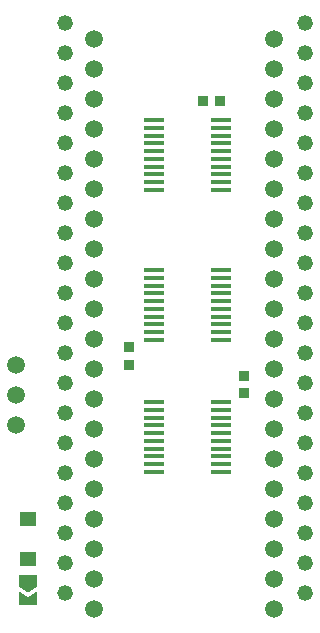
<source format=gts>
G04 #@! TF.GenerationSoftware,KiCad,Pcbnew,8.0.6*
G04 #@! TF.CreationDate,2024-10-21T20:58:37-03:00*
G04 #@! TF.ProjectId,MSX_Goauld_Rev4_1,4d53585f-476f-4617-956c-645f52657634,rev?*
G04 #@! TF.SameCoordinates,Original*
G04 #@! TF.FileFunction,Soldermask,Top*
G04 #@! TF.FilePolarity,Negative*
%FSLAX46Y46*%
G04 Gerber Fmt 4.6, Leading zero omitted, Abs format (unit mm)*
G04 Created by KiCad (PCBNEW 8.0.6) date 2024-10-21 20:58:37*
%MOMM*%
%LPD*%
G01*
G04 APERTURE LIST*
G04 Aperture macros list*
%AMFreePoly0*
4,1,6,1.000000,0.000000,0.500000,-0.750000,-0.500000,-0.750000,-0.500000,0.750000,0.500000,0.750000,1.000000,0.000000,1.000000,0.000000,$1*%
%AMFreePoly1*
4,1,6,0.500000,-0.750000,-0.650000,-0.750000,-0.150000,0.000000,-0.650000,0.750000,0.500000,0.750000,0.500000,-0.750000,0.500000,-0.750000,$1*%
G04 Aperture macros list end*
%ADD10FreePoly0,270.000000*%
%ADD11FreePoly1,270.000000*%
%ADD12R,1.400000X1.200000*%
%ADD13C,1.320800*%
%ADD14R,0.860000X0.810000*%
%ADD15O,1.740000X0.360000*%
%ADD16C,1.500000*%
%ADD17R,0.810000X0.860000*%
G04 APERTURE END LIST*
D10*
X154686000Y-123227000D03*
D11*
X154686000Y-124677000D03*
D12*
X154686000Y-121334000D03*
X154686000Y-117934000D03*
D13*
X178059000Y-124206000D03*
X178059000Y-121666000D03*
X178059000Y-119126000D03*
X178059000Y-116586000D03*
X178059000Y-114046000D03*
X178059000Y-111506000D03*
X178059000Y-108966000D03*
X178059000Y-106426000D03*
X178059000Y-103886000D03*
X178059000Y-101346000D03*
X178059000Y-98806000D03*
X178059000Y-96266000D03*
X178059000Y-93726000D03*
X178059000Y-91186000D03*
X178059000Y-88646000D03*
X178059000Y-86106000D03*
X178059000Y-83566000D03*
X178059000Y-81026000D03*
X178059000Y-78486000D03*
X178059000Y-75946000D03*
X157739000Y-75946000D03*
X157739000Y-78486000D03*
X157739000Y-81026000D03*
X157739000Y-83566000D03*
X157739000Y-86106000D03*
X157739000Y-88646000D03*
X157739000Y-91186000D03*
X157739000Y-93726000D03*
X157739000Y-96266000D03*
X157739000Y-98806000D03*
X157739000Y-101346000D03*
X157739000Y-103886000D03*
X157739000Y-106426000D03*
X157739000Y-108966000D03*
X157739000Y-111506000D03*
X157739000Y-114046000D03*
X157739000Y-116586000D03*
X157739000Y-119126000D03*
X157739000Y-121666000D03*
X157739000Y-124206000D03*
D14*
X172974000Y-105803000D03*
X172974000Y-107303000D03*
D15*
X165278000Y-108068000D03*
X165278000Y-108718000D03*
X165278000Y-109368000D03*
X165278000Y-110018000D03*
X165278000Y-110678000D03*
X165278000Y-111328000D03*
X165278000Y-111978000D03*
X165278000Y-112628000D03*
X165278000Y-113278000D03*
X165278000Y-113928000D03*
X171018000Y-113928000D03*
X171018000Y-113278000D03*
X171018000Y-112628000D03*
X171018000Y-111978000D03*
X171018000Y-111328000D03*
X171018000Y-110678000D03*
X171018000Y-110018000D03*
X171018000Y-109368000D03*
X171018000Y-108718000D03*
X171018000Y-108068000D03*
X171018000Y-102752000D03*
X171018000Y-102102000D03*
X171018000Y-101452000D03*
X171018000Y-100802000D03*
X171018000Y-100142000D03*
X171018000Y-99492000D03*
X171018000Y-98842000D03*
X171018000Y-98192000D03*
X171018000Y-97542000D03*
X171018000Y-96892000D03*
X165278000Y-96892000D03*
X165278000Y-97542000D03*
X165278000Y-98192000D03*
X165278000Y-98842000D03*
X165278000Y-99492000D03*
X165278000Y-100142000D03*
X165278000Y-100802000D03*
X165278000Y-101452000D03*
X165278000Y-102102000D03*
X165278000Y-102752000D03*
D16*
X153670000Y-104902000D03*
X153670000Y-107442000D03*
X153670000Y-109982000D03*
D17*
X169430000Y-82550000D03*
X170930000Y-82550000D03*
D16*
X160274000Y-77302900D03*
X160274000Y-79842900D03*
X160274000Y-82382900D03*
X160274000Y-84922900D03*
X160274000Y-87462900D03*
X160274000Y-90002900D03*
X160274000Y-92542900D03*
X160274000Y-95082900D03*
X160274000Y-97622900D03*
X160274000Y-100162900D03*
X160274000Y-102702900D03*
X160274000Y-105242900D03*
X160274000Y-107782900D03*
X160274000Y-110322900D03*
X160274000Y-112862900D03*
X160274000Y-115402900D03*
X160274000Y-117942900D03*
X160274000Y-120482900D03*
X160274000Y-123022900D03*
X160274000Y-125562900D03*
X175514000Y-125562900D03*
X175514000Y-123022900D03*
X175514000Y-120482900D03*
X175514000Y-117942900D03*
X175514000Y-115402900D03*
X175514000Y-112862900D03*
X175514000Y-110322900D03*
X175514000Y-107782900D03*
X175514000Y-105242900D03*
X175514000Y-102702900D03*
X175514000Y-100162900D03*
X175514000Y-97622900D03*
X175514000Y-95082900D03*
X175514000Y-92542900D03*
X175514000Y-90002900D03*
X175514000Y-87462900D03*
X175514000Y-84922900D03*
X175514000Y-82382900D03*
X175514000Y-79842900D03*
X175514000Y-77302900D03*
D14*
X163195000Y-104878000D03*
X163195000Y-103378000D03*
D15*
X165278000Y-84192000D03*
X165278000Y-84842000D03*
X165278000Y-85492000D03*
X165278000Y-86142000D03*
X165278000Y-86802000D03*
X165278000Y-87452000D03*
X165278000Y-88102000D03*
X165278000Y-88752000D03*
X165278000Y-89402000D03*
X165278000Y-90052000D03*
X171018000Y-90052000D03*
X171018000Y-89402000D03*
X171018000Y-88752000D03*
X171018000Y-88102000D03*
X171018000Y-87452000D03*
X171018000Y-86802000D03*
X171018000Y-86142000D03*
X171018000Y-85492000D03*
X171018000Y-84842000D03*
X171018000Y-84192000D03*
M02*

</source>
